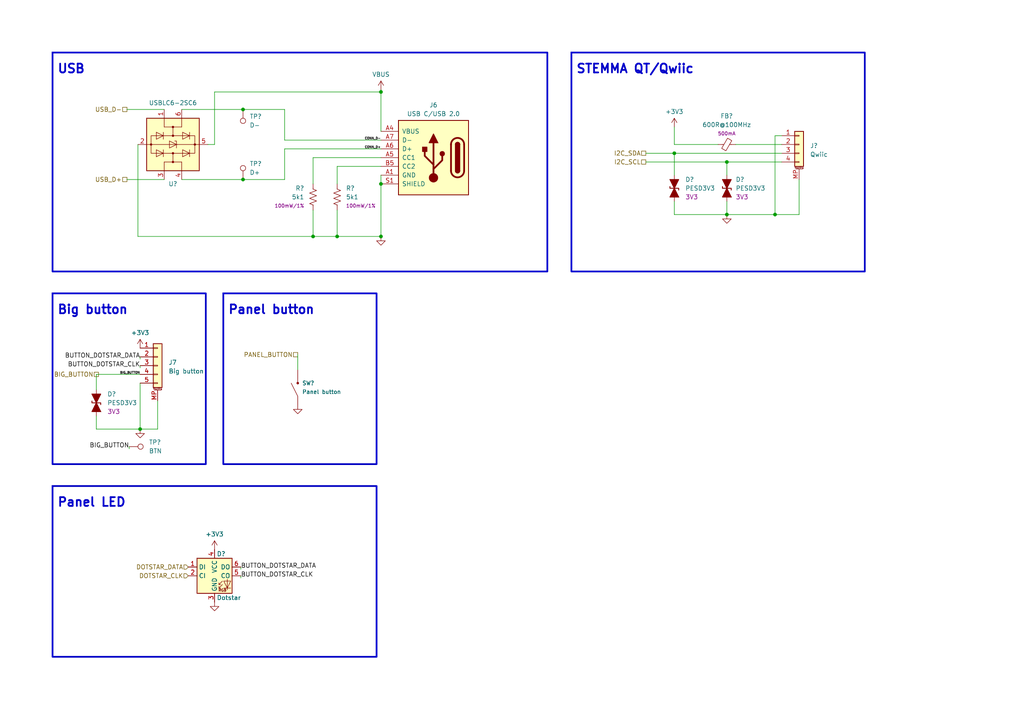
<source format=kicad_sch>
(kicad_sch (version 20230121) (generator eeschema)
  (paper "A4")
  (lib_symbols
    (symbol "Connector:TestPoint" (pin_numbers hide) (pin_names (offset 0.762) hide)
      (property "Reference" "TP" (at 0 6.858 0))
      (property "Value" "TestPoint" (at 0 5.08 0))
      (symbol "TestPoint_0_1"
        (circle (center 0 3.302) (radius 0.762))
      )
      (symbol "TestPoint_1_1"
        (pin passive line (at 0 0 90) (length 2.54) (name "1") (number "1"))
      )
    )
    (symbol "Connector_Generic_MountingPin:Conn_01x04_MountingPin" (pin_names (offset 1.016) hide)
      (property "Reference" "J" (at 0 5.08 0))
      (property "Value" "Conn_01x04_MountingPin" (at 1.27 -7.62 0))
      (symbol "Conn_01x04_MountingPin_1_1"
        (rectangle (start -1.27 -4.953) (end 0 -5.207) (stroke (width 0.1524)))
        (rectangle (start -1.27 -2.413) (end 0 -2.667) (stroke (width 0.1524)))
        (rectangle (start -1.27 0.127) (end 0 -0.127) (stroke (width 0.1524)))
        (rectangle (start -1.27 2.667) (end 0 2.413) (stroke (width 0.1524)))
        (rectangle (start -1.27 3.81) (end 1.27 -6.35) (stroke (width 0.254)) (fill (type background)))
        (polyline (pts (xy -1.016 -7.112) (xy 1.016 -7.112)) (stroke (width 0.1524)))
        (text "Mounting" (at 0 -6.731 0) (effects (font (size 0.381 0.381))))
        (pin passive line (at -5.08 2.54 0) (length 3.81) (name "Pin_1") (number "1"))
        (pin passive line (at -5.08 0 0) (length 3.81) (name "Pin_2") (number "2"))
        (pin passive line (at -5.08 -2.54 0) (length 3.81) (name "Pin_3") (number "3"))
        (pin passive line (at -5.08 -5.08 0) (length 3.81) (name "Pin_4") (number "4"))
        (pin passive line (at 0 -10.16 90) (length 3.048) (name "MountPin") (number "MP"))
      )
    )
    (symbol "Connector_Generic_MountingPin:Conn_01x05_MountingPin" (pin_names (offset 1.016) hide)
      (property "Reference" "J" (at 0 7.62 0))
      (property "Value" "Conn_01x05_MountingPin" (at 1.27 -7.62 0))
      (symbol "Conn_01x05_MountingPin_1_1"
        (rectangle (start -1.27 -4.953) (end 0 -5.207) (stroke (width 0.1524)))
        (rectangle (start -1.27 -2.413) (end 0 -2.667) (stroke (width 0.1524)))
        (rectangle (start -1.27 0.127) (end 0 -0.127) (stroke (width 0.1524)))
        (rectangle (start -1.27 2.667) (end 0 2.413) (stroke (width 0.1524)))
        (rectangle (start -1.27 5.207) (end 0 4.953) (stroke (width 0.1524)))
        (rectangle (start -1.27 6.35) (end 1.27 -6.35) (stroke (width 0.254)) (fill (type background)))
        (polyline (pts (xy -1.016 -7.112) (xy 1.016 -7.112)) (stroke (width 0.1524)))
        (text "Mounting" (at 0 -6.731 0) (effects (font (size 0.381 0.381))))
        (pin passive line (at -5.08 5.08 0) (length 3.81) (name "Pin_1") (number "1"))
        (pin passive line (at -5.08 2.54 0) (length 3.81) (name "Pin_2") (number "2"))
        (pin passive line (at -5.08 0 0) (length 3.81) (name "Pin_3") (number "3"))
        (pin passive line (at -5.08 -2.54 0) (length 3.81) (name "Pin_4") (number "4"))
        (pin passive line (at -5.08 -5.08 0) (length 3.81) (name "Pin_5") (number "5"))
        (pin passive line (at 0 -10.16 90) (length 3.048) (name "MountPin") (number "MP"))
      )
    )
    (symbol "Device:D_TVS_Filled" (pin_numbers hide) (pin_names (offset 1.016) hide)
      (property "Reference" "D" (at 0 2.54 0))
      (property "Value" "D_TVS_Filled" (at 0 -2.54 0))
      (symbol "D_TVS_Filled_0_1"
        (polyline (pts (xy 1.27 0) (xy -1.27 0)))
        (polyline (pts (xy -2.54 -1.27) (xy 0 0) (xy -2.54 1.27) (xy -2.54 -1.27)) (stroke (width 0.254)) (fill (type outline)))
        (polyline (pts (xy 0.508 1.27) (xy 0 1.27) (xy 0 -1.27) (xy -0.508 -1.27)) (stroke (width 0.254)))
        (polyline (pts (xy 2.54 1.27) (xy 2.54 -1.27) (xy 0 0) (xy 2.54 1.27)) (stroke (width 0.254)) (fill (type outline)))
      )
      (symbol "D_TVS_Filled_1_1"
        (pin passive line (at -3.81 0 0) (length 2.54) (name "A1") (number "1"))
        (pin passive line (at 3.81 0 180) (length 2.54) (name "A2") (number "2"))
      )
    )
    (symbol "Device:FerriteBead_Small" (pin_numbers hide) (pin_names (offset 0))
      (property "Reference" "FB" (at 1.905 1.27 0))
      (property "Value" "FerriteBead_Small" (at 1.905 -1.27 0))
      (symbol "FerriteBead_Small_0_1"
        (polyline (pts (xy 0 -1.27) (xy 0 -0.7874)))
        (polyline (pts (xy 0 0.889) (xy 0 1.2954)))
        (polyline (pts (xy -1.8288 0.2794) (xy -1.1176 1.4986) (xy 1.8288 -0.2032) (xy 1.1176 -1.4224) (xy -1.8288 0.2794)))
      )
      (symbol "FerriteBead_Small_1_1"
        (pin passive line (at 0 2.54 270) (length 1.27) (name "~") (number "1"))
        (pin passive line (at 0 -2.54 90) (length 1.27) (name "~") (number "2"))
      )
    )
    (symbol "Device:R_US" (pin_numbers hide) (pin_names (offset 0))
      (property "Reference" "R" (at 2.54 0 90))
      (property "Value" "R_US" (at -2.54 0 90))
      (symbol "R_US_0_1"
        (polyline (pts (xy 0 -2.286) (xy 0 -2.54)))
        (polyline (pts (xy 0 2.286) (xy 0 2.54)))
        (polyline (pts (xy 0 -0.762) (xy 1.016 -1.143) (xy 0 -1.524) (xy -1.016 -1.905) (xy 0 -2.286)))
        (polyline (pts (xy 0 0.762) (xy 1.016 0.381) (xy 0 0) (xy -1.016 -0.381) (xy 0 -0.762)))
        (polyline (pts (xy 0 2.286) (xy 1.016 1.905) (xy 0 1.524) (xy -1.016 1.143) (xy 0 0.762)))
      )
      (symbol "R_US_1_1"
        (pin passive line (at 0 3.81 270) (length 1.27) (name "~") (number "1"))
        (pin passive line (at 0 -3.81 90) (length 1.27) (name "~") (number "2"))
      )
    )
    (symbol "Power_Protection:USBLC6-2SC6" (pin_names hide)
      (property "Reference" "U" (at 2.54 8.89 0))
      (property "Value" "USBLC6-2SC6" (at 2.54 -8.89 0))
      (symbol "USBLC6-2SC6_0_1"
        (rectangle (start -7.62 -7.62) (end 7.62 7.62) (stroke (width 0.254)) (fill (type background)))
        (circle (center -5.08 0) (radius 0.254) (fill (type outline)))
        (circle (center -2.54 0) (radius 0.254) (fill (type outline)))
        (rectangle (start -2.54 6.35) (end 2.54 -6.35))
        (circle (center 0 -6.35) (radius 0.254) (fill (type outline)))
        (polyline (pts (xy -5.08 -2.54) (xy -7.62 -2.54)))
        (polyline (pts (xy -5.08 0) (xy -5.08 -2.54)))
        (polyline (pts (xy -5.08 2.54) (xy -7.62 2.54)))
        (polyline (pts (xy -1.524 -2.794) (xy -3.556 -2.794)))
        (polyline (pts (xy -1.524 4.826) (xy -3.556 4.826)))
        (polyline (pts (xy 0 -7.62) (xy 0 -6.35)))
        (polyline (pts (xy 0 -6.35) (xy 0 1.27)))
        (polyline (pts (xy 0 1.27) (xy 0 6.35)))
        (polyline (pts (xy 0 6.35) (xy 0 7.62)))
        (polyline (pts (xy 1.524 -2.794) (xy 3.556 -2.794)))
        (polyline (pts (xy 1.524 4.826) (xy 3.556 4.826)))
        (polyline (pts (xy 5.08 -2.54) (xy 7.62 -2.54)))
        (polyline (pts (xy 5.08 0) (xy 5.08 -2.54)))
        (polyline (pts (xy 5.08 2.54) (xy 7.62 2.54)))
        (polyline (pts (xy -2.54 0) (xy -5.08 0) (xy -5.08 2.54)))
        (polyline (pts (xy 2.54 0) (xy 5.08 0) (xy 5.08 2.54)))
        (polyline (pts (xy -3.556 -4.826) (xy -1.524 -4.826) (xy -2.54 -2.794) (xy -3.556 -4.826)))
        (polyline (pts (xy -3.556 2.794) (xy -1.524 2.794) (xy -2.54 4.826) (xy -3.556 2.794)))
        (polyline (pts (xy -1.016 -1.016) (xy 1.016 -1.016) (xy 0 1.016) (xy -1.016 -1.016)))
        (polyline (pts (xy 1.016 1.016) (xy 0.762 1.016) (xy -1.016 1.016) (xy -1.016 0.508)))
        (polyline (pts (xy 3.556 -4.826) (xy 1.524 -4.826) (xy 2.54 -2.794) (xy 3.556 -4.826)))
        (polyline (pts (xy 3.556 2.794) (xy 1.524 2.794) (xy 2.54 4.826) (xy 3.556 2.794)))
        (circle (center 0 6.35) (radius 0.254) (fill (type outline)))
        (circle (center 2.54 0) (radius 0.254) (fill (type outline)))
        (circle (center 5.08 0) (radius 0.254) (fill (type outline)))
      )
      (symbol "USBLC6-2SC6_1_1"
        (pin passive line (at -10.16 -2.54 0) (length 2.54) (name "I/O1") (number "1"))
        (pin passive line (at 0 -10.16 90) (length 2.54) (name "GND") (number "2"))
        (pin passive line (at 10.16 -2.54 180) (length 2.54) (name "I/O2") (number "3"))
        (pin passive line (at 10.16 2.54 180) (length 2.54) (name "I/O2") (number "4"))
        (pin passive line (at 0 10.16 270) (length 2.54) (name "VBUS") (number "5"))
        (pin passive line (at -10.16 2.54 0) (length 2.54) (name "I/O1") (number "6"))
      )
    )
    (symbol "power:+3V3" (power) (pin_names (offset 0))
      (property "Value" "+3V3" (at 0 3.556 0))
      (symbol "+3V3_0_1"
        (polyline (pts (xy -0.762 1.27) (xy 0 2.54)))
        (polyline (pts (xy 0 0) (xy 0 2.54)))
        (polyline (pts (xy 0 2.54) (xy 0.762 1.27)))
      )
      (symbol "+3V3_1_1"
        (pin power_in line (at 0 0 90) (length 0) hide (name "+3V3") (number "1"))
      )
    )
    (symbol "power:GND" (power) (pin_names (offset 0))
      (property "Value" "GND" (at 0 -3.81 0))
      (symbol "GND_0_1"
        (polyline (pts (xy 0 0) (xy 0 -1.27) (xy 1.27 -1.27) (xy 0 -2.54) (xy -1.27 -1.27) (xy 0 -1.27)))
      )
      (symbol "GND_1_1"
        (pin power_in line (at 0 0 270) (length 0) hide (name "GND") (number "1"))
      )
    )
    (symbol "power:VBUS" (power) (pin_names (offset 0))
      (property "Value" "VBUS" (at 0 3.81 0))
      (symbol "VBUS_0_1"
        (polyline (pts (xy -0.762 1.27) (xy 0 2.54)))
        (polyline (pts (xy 0 0) (xy 0 2.54)))
        (polyline (pts (xy 0 2.54) (xy 0.762 1.27)))
      )
      (symbol "VBUS_1_1"
        (pin power_in line (at 0 0 90) (length 0) hide (name "VBUS") (number "1"))
      )
    )
    (symbol "winterbloom:Dotstar"
      (property "Reference" "D" (at -3.81 5.715 0))
      (property "Value" "Dotstar" (at 0.635 -5.715 0))
      (symbol "Dotstar_0_0"
        (text "RGB" (at 2.286 -4.191 0) (effects (font (size 0.762 0.762))))
      )
      (symbol "Dotstar_0_1"
        (polyline (pts (xy 1.27 -3.556) (xy 1.778 -3.556)))
        (polyline (pts (xy 1.27 -2.54) (xy 1.778 -2.54)))
        (polyline (pts (xy 4.699 -3.556) (xy 2.667 -3.556)))
        (polyline (pts (xy 2.286 -2.54) (xy 1.27 -3.556) (xy 1.27 -3.048)))
        (polyline (pts (xy 2.286 -1.524) (xy 1.27 -2.54) (xy 1.27 -2.032)))
        (polyline (pts (xy 3.683 -1.016) (xy 3.683 -3.556) (xy 3.683 -4.064)))
        (polyline (pts (xy 4.699 -1.524) (xy 2.667 -1.524) (xy 3.683 -3.556) (xy 4.699 -1.524)))
        (rectangle (start 5.08 5.08) (end -5.08 -5.08) (stroke (width 0.254)) (fill (type background)))
      )
      (symbol "Dotstar_1_1"
        (pin input line (at -7.62 2.54 0) (length 2.54) (name "DI") (number "1"))
        (pin input line (at -7.62 0 0) (length 2.54) (name "CI") (number "2"))
        (pin power_in line (at 0 -7.62 90) (length 2.54) (name "GND") (number "3"))
        (pin power_in line (at 0 7.62 270) (length 2.54) (name "VCC") (number "4"))
        (pin output line (at 7.62 0 180) (length 2.54) (name "CO") (number "5"))
        (pin output line (at 7.62 2.54 180) (length 2.54) (name "DO") (number "6"))
      )
    )
    (symbol "winterbloom:Tactile_Switch" (pin_numbers hide) (pin_names (offset 1.016) hide)
      (property "Reference" "SW" (at -1.27 -3.302 0))
      (property "Value" "Tactile_Switch" (at -6.223 -1.524 0))
      (symbol "Tactile_Switch_1_0"
        (polyline (pts (xy -2.54 0) (xy 1.27 1.905)))
        (polyline (pts (xy 2.54 0) (xy 1.27 0)))
        (circle (center 1.27 0) (radius 0.2794) (fill (type outline)))
      )
      (symbol "Tactile_Switch_1_1"
        (pin passive line (at -5.08 0 0) (length 2.54) (name "1") (number "1"))
        (pin passive line (at 5.08 0 180) (length 2.54) (name "2") (number "2"))
      )
    )
    (symbol "winterbloom:USB_C_Receptacle_USB2.0" (pin_names (offset 1.016))
      (property "Reference" "J" (at 0 14.986 0))
      (property "Value" "USB C/USB 2.0" (at 0 12.7 0))
      (symbol "USB_C_Receptacle_USB2.0_0_1"
        (rectangle (start -10.16 10.795) (end 10.16 -10.795) (stroke (width 0.254)) (fill (type background)))
        (arc (start -8.89 -3.81) (mid -6.985 -5.7067) (end -5.08 -3.81) (stroke (width 0.508)))
        (arc (start -7.62 -3.81) (mid -6.985 -4.4423) (end -6.35 -3.81) (stroke (width 0.254)))
        (arc (start -7.62 -3.81) (mid -6.985 -4.4423) (end -6.35 -3.81) (stroke (width 0.254)) (fill (type outline)))
        (rectangle (start -7.62 -3.81) (end -6.35 3.81) (stroke (width 0.254)) (fill (type outline)))
        (arc (start -6.35 3.81) (mid -6.985 4.4423) (end -7.62 3.81) (stroke (width 0.254)))
        (arc (start -6.35 3.81) (mid -6.985 4.4423) (end -7.62 3.81) (stroke (width 0.254)) (fill (type outline)))
        (arc (start -5.08 3.81) (mid -6.985 5.7067) (end -8.89 3.81) (stroke (width 0.508)))
        (circle (center -2.54 1.143) (radius 0.635) (stroke (width 0.254)) (fill (type outline)))
        (circle (center 0 -5.842) (radius 1.27) (fill (type outline)))
        (polyline (pts (xy -8.89 -3.81) (xy -8.89 3.81)) (stroke (width 0.508)))
        (polyline (pts (xy -5.08 3.81) (xy -5.08 -3.81)) (stroke (width 0.508)))
        (polyline (pts (xy 0 -5.842) (xy 0 4.318)) (stroke (width 0.508)))
        (polyline (pts (xy 0 -3.302) (xy -2.54 -0.762) (xy -2.54 0.508)) (stroke (width 0.508)))
        (polyline (pts (xy 0 -2.032) (xy 2.54 0.508) (xy 2.54 1.778)) (stroke (width 0.508)))
        (polyline (pts (xy -1.27 4.318) (xy 0 6.858) (xy 1.27 4.318) (xy -1.27 4.318)) (stroke (width 0.254)) (fill (type outline)))
        (rectangle (start 1.905 1.778) (end 3.175 3.048) (stroke (width 0.254)) (fill (type outline)))
      )
      (symbol "USB_C_Receptacle_USB2.0_1_1"
        (pin passive line (at 15.24 -5.08 180) (length 5.08) (name "GND") (number "A1"))
        (pin passive line (at 15.24 -5.08 180) (length 5.08) hide (name "GND") (number "A12"))
        (pin passive line (at 15.24 7.62 180) (length 5.08) (name "VBUS") (number "A4"))
        (pin bidirectional line (at 15.24 0 180) (length 5.08) (name "CC1") (number "A5"))
        (pin bidirectional line (at 15.24 2.54 180) (length 5.08) (name "D+") (number "A6"))
        (pin bidirectional line (at 15.24 5.08 180) (length 5.08) (name "D-") (number "A7"))
        (pin no_connect line (at 0 -12.065 180) (length 5.08) hide (name "SBU1") (number "A8"))
        (pin passive line (at 15.24 7.62 180) (length 5.08) hide (name "VBUS") (number "A9"))
        (pin passive line (at 15.24 -5.08 180) (length 5.08) hide (name "GND") (number "B1"))
        (pin passive line (at 15.24 -5.08 180) (length 5.08) hide (name "GND") (number "B12"))
        (pin passive line (at 15.24 7.62 180) (length 5.08) hide (name "VBUS") (number "B4"))
        (pin bidirectional line (at 15.24 -2.54 180) (length 5.08) (name "CC2") (number "B5"))
        (pin bidirectional line (at 15.24 2.54 180) (length 5.08) hide (name "D+") (number "B6"))
        (pin bidirectional line (at 15.24 5.08 180) (length 5.08) hide (name "D-") (number "B7"))
        (pin no_connect line (at 0 -14.605 180) (length 5.08) hide (name "SBU2") (number "B8"))
        (pin passive line (at 15.24 7.62 180) (length 5.08) hide (name "VBUS") (number "B9"))
        (pin passive line (at 15.24 -7.62 180) (length 5.08) (name "SHIELD") (number "S1"))
      )
    )
  )
  (junction (at 70.485 52.07))
  (junction (at 110.49 68.58))
  (junction (at 210.82 62.23))
  (junction (at 210.82 46.99))
  (junction (at 110.49 26.67))
  (junction (at 70.485 31.75))
  (junction (at 90.805 68.58))
  (junction (at 224.79 62.23))
  (junction (at 110.49 53.34))
  (junction (at 195.58 44.45))
  (junction (at 97.79 68.58))
  (junction (at 40.64 124.46))
  (wire (pts (xy 90.805 45.72) (xy 90.805 53.34)))
  (wire (pts (xy 210.82 46.99) (xy 210.82 50.8)))
  (wire (pts (xy 82.55 43.18) (xy 110.49 43.18)))
  (wire (pts (xy 27.94 124.46) (xy 40.64 124.46)))
  (wire (pts (xy 110.49 26.67) (xy 110.49 38.1)))
  (wire (pts (xy 195.58 41.91) (xy 195.58 36.83)))
  (wire (pts (xy 40.64 111.125) (xy 40.64 124.46)))
  (wire (pts (xy 27.94 108.585) (xy 27.94 113.03)))
  (wire (pts (xy 82.55 31.75) (xy 70.485 31.75)))
  (wire (pts (xy 52.705 52.07) (xy 70.485 52.07)))
  (wire (pts (xy 36.83 52.07) (xy 47.625 52.07)))
  (wire (pts (xy 70.485 31.75) (xy 52.705 31.75)))
  (wire (pts (xy 195.58 62.23) (xy 195.58 58.42)))
  (wire (pts (xy 82.55 40.64) (xy 110.49 40.64)))
  (wire (pts (xy 210.82 58.42) (xy 210.82 62.23)))
  (wire (pts (xy 40.005 68.58) (xy 90.805 68.58)))
  (wire (pts (xy 86.36 102.87) (xy 86.36 107.315)))
  (wire (pts (xy 110.49 50.8) (xy 110.49 53.34)))
  (wire (pts (xy 231.775 52.07) (xy 231.775 62.23)))
  (wire (pts (xy 90.805 68.58) (xy 97.79 68.58)))
  (wire (pts (xy 36.83 31.75) (xy 47.625 31.75)))
  (wire (pts (xy 40.64 106.68) (xy 40.64 106.045)))
  (wire (pts (xy 82.55 43.18) (xy 82.55 52.07)))
  (wire (pts (xy 62.23 41.91) (xy 60.325 41.91)))
  (wire (pts (xy 40.64 104.14) (xy 40.64 103.505)))
  (wire (pts (xy 69.85 165.1) (xy 69.85 164.465)))
  (wire (pts (xy 97.79 68.58) (xy 110.49 68.58)))
  (wire (pts (xy 97.79 53.34) (xy 97.79 48.26)))
  (wire (pts (xy 40.64 124.46) (xy 45.72 124.46)))
  (wire (pts (xy 90.805 60.96) (xy 90.805 68.58)))
  (wire (pts (xy 226.695 39.37) (xy 224.79 39.37)))
  (wire (pts (xy 210.82 62.23) (xy 224.79 62.23)))
  (wire (pts (xy 37.465 130.175) (xy 37.465 129.54)))
  (wire (pts (xy 82.55 40.64) (xy 82.55 31.75)))
  (wire (pts (xy 224.79 39.37) (xy 224.79 62.23)))
  (wire (pts (xy 97.79 60.96) (xy 97.79 68.58)))
  (wire (pts (xy 195.58 44.45) (xy 226.695 44.45)))
  (wire (pts (xy 69.85 167.64) (xy 69.85 167.005)))
  (wire (pts (xy 62.23 26.67) (xy 110.49 26.67)))
  (wire (pts (xy 210.82 46.99) (xy 226.695 46.99)))
  (wire (pts (xy 45.72 116.205) (xy 45.72 124.46)))
  (wire (pts (xy 97.79 48.26) (xy 110.49 48.26)))
  (wire (pts (xy 27.94 120.65) (xy 27.94 124.46)))
  (wire (pts (xy 208.28 41.91) (xy 195.58 41.91)))
  (wire (pts (xy 27.94 108.585) (xy 40.64 108.585)))
  (wire (pts (xy 110.49 53.34) (xy 110.49 68.58)))
  (wire (pts (xy 187.325 44.45) (xy 195.58 44.45)))
  (wire (pts (xy 224.79 62.23) (xy 231.775 62.23)))
  (wire (pts (xy 70.485 52.07) (xy 82.55 52.07)))
  (wire (pts (xy 213.36 41.91) (xy 226.695 41.91)))
  (wire (pts (xy 110.49 45.72) (xy 90.805 45.72)))
  (wire (pts (xy 195.58 44.45) (xy 195.58 50.8)))
  (wire (pts (xy 40.005 41.91) (xy 40.005 68.58)))
  (wire (pts (xy 110.49 26.035) (xy 110.49 26.67)))
  (wire (pts (xy 62.23 26.67) (xy 62.23 41.91)))
  (wire (pts (xy 187.325 46.99) (xy 210.82 46.99)))
  (wire (pts (xy 210.82 62.23) (xy 195.58 62.23)))
  (rectangle (start 165.735 15.24) (end 250.825 78.74) (stroke (width 0.5)))
  (rectangle (start 64.77 85.09) (end 109.22 134.62) (stroke (width 0.5)))
  (rectangle (start 15.24 85.09) (end 59.69 134.62) (stroke (width 0.5)))
  (rectangle (start 15.24 15.24) (end 158.75 78.74) (stroke (width 0.5)))
  (rectangle (start 15.24 140.97) (end 109.22 190.5) (stroke (width 0.5)))
  (text "USB" (at 16.51 21.59 0) (effects (font (size 2.54 2.54) (thickness 0.508) bold) (justify left bottom)))
  (text "Panel button" (at 66.04 91.44 0) (effects (font (size 2.54 2.54) (thickness 0.508) bold) (justify left bottom)))
  (text "Panel LED" (at 16.51 147.32 0) (effects (font (size 2.54 2.54) (thickness 0.508) bold) (justify left bottom)))
  (text "STEMMA QT/Qwiic" (at 167.005 21.59 0) (effects (font (size 2.54 2.54) (thickness 0.508) bold) (justify left bottom)))
  (text "Big button" (at 16.51 91.44 0) (effects (font (size 2.54 2.54) (thickness 0.508) bold) (justify left bottom)))
  (label "BIG_BUTTON" (at 40.64 108.585 180) (effects (font (size 0.64 0.64))))
  (label "CONN_D+" (at 110.49 43.18 180) (effects (font (size 0.64 0.64))))
  (label "CONN_D-" (at 110.49 40.64 180) (effects (font (size 0.64 0.64))))
  (label "BUTTON_DOTSTAR_DATA" (at 40.64 104.14 180))
  (label "BIG_BUTTON" (at 37.465 130.175 180))
  (label "BUTTON_DOTSTAR_DATA" (at 69.85 165.1 0))
  (label "BUTTON_DOTSTAR_CLK" (at 40.64 106.68 180))
  (label "BUTTON_DOTSTAR_CLK" (at 69.85 167.64 0))
  (hierarchical_label "BIG_BUTTON" (shape passive) (at 28.575 108.585 180))
  (hierarchical_label "DOTSTAR_CLK" (shape input) (at 54.61 167.005 180))
  (hierarchical_label "I2C_SCL" (shape passive) (at 187.325 46.99 180))
  (hierarchical_label "DOTSTAR_DATA" (shape input) (at 54.61 164.465 180))
  (hierarchical_label "PANEL_BUTTON" (shape passive) (at 86.36 102.87 180))
  (hierarchical_label "USB_D-" (shape passive) (at 36.83 31.75 180))
  (hierarchical_label "USB_D+" (shape passive) (at 36.83 52.07 180))
  (hierarchical_label "I2C_SDA" (shape passive) (at 187.325 44.45 180))
  (symbol (lib_id "power:+3V3") (at 195.58 36.83 0) (unit 1)
    (property "Reference" "#PWR?" (effects hide))
    (property "Value" "+3V3" (at 195.58 32.385 0))
    (instances (project "board" (path "" (reference "#PWR?") (unit 1)) (path "" (reference "#PWR0146") (unit 1))) (project "starfish" (path "" (reference "#PWR?") (unit 1))))
  )
  (symbol (lib_id "winterbloom:Dotstar") (at 62.23 167.005 0) (unit 1)
    (property "Reference" "D?" (at 62.865 160.655 0) (effects (justify left)))
    (property "Value" "Dotstar" (at 62.865 173.355 0) (effects (justify left)))
    (property "Footprint" "winterbloom:LED_APA102_Dotstar_5050" (effects hide))
    (property "Datasheet" "https://www.alibaba.com/product-detail/High-Efficiency-SK9822-Similar-APA102-5050_62326807400.html" (effects hide))
    (property "MPN" "SK9822" (effects hide))
    (instances (project "mainboard" (path "" (reference "D?") (unit 1))) (project "board" (path "" (reference "D?") (unit 1)) (path "" (reference "D?") (unit 1)) (path "" (reference "D6") (unit 1))))
  )
  (symbol (lib_id "Device:R_US") (at 90.805 57.15 0) (unit 1)
    (property "Reference" "R?" (at 88.265 54.61 0) (effects (justify right)))
    (property "Value" "5k1" (at 88.265 57.15 0) (effects (justify right)))
    (property "Footprint" "winterbloom:R_0603_HandSolder" (effects hide))
    (property "MPN" "ERJ-2RKF2201X" (effects hide))
    (property "Notes" "-10V zener current control" (effects hide))
    (property "MacroFab MPN" "MF-RES-0402-2K" (effects hide))
    (property "Rating" "100mW/1%" (at 88.265 59.69 0) (effects (font (size 1 1)) (justify right)))
    (instances (project "mainboard" (path "" (reference "R?") (unit 1))) (project "board" (path "" (reference "R?") (unit 1)) (path "" (reference "R?") (unit 1)) (path "" (reference "R23") (unit 1))))
  )
  (symbol (lib_id "Connector_Generic_MountingPin:Conn_01x05_MountingPin") (at 45.72 106.045 0) (unit 1)
    (property "Reference" "J7" (at 48.895 105.1306 0) (effects (justify left)))
    (property "Value" "Big button" (at 48.895 107.6706 0) (effects (justify left)))
    (property "Footprint" "Connector_JST:JST_SH_SM05B-SRSS-TB_1x05-1MP_P1.00mm_Horizontal" (effects hide))
  )
  (symbol (lib_id "winterbloom:Tactile_Switch") (at 86.36 112.395 90) (unit 1)
    (property "Reference" "SW?" (at 87.63 111.125 90) (effects (font (size 1.143 1.143)) (justify right)))
    (property "Value" "Panel button" (at 87.63 113.665 90) (effects (font (size 1.143 1.143)) (justify right)))
    (property "Footprint" "winterbloom:Tactile_Switch_6mm" (effects hide))
    (property "Datasheet" "https://sten-eswitch-13110800-production.s3.amazonaws.com/system/asset/product_line/data_sheet/144/TL1105.pdf" (effects hide))
    (property "MPN" "TL1105SPF160Q, TL1105SPF100Q, TL1105SPF250Q" (effects hide))
    (instances (project "mainboard" (path "" (reference "SW?") (unit 1))) (project "board" (path "" (reference "SW?") (unit 1)) (path "" (reference "SW2") (unit 1))))
  )
  (symbol (lib_id "winterbloom:USB_C_Receptacle_USB2.0") (at 125.73 45.72 0) (mirror y) (unit 1)
    (property "Reference" "J6" (at 125.73 30.48 0))
    (property "Value" "USB C/USB 2.0" (at 125.73 33.02 0))
    (property "Footprint" "winterbloom:USB_C_Vertical_GT-USB-7038X" (effects hide))
    (property "Datasheet" "https://datasheet.lcsc.com/lcsc/2203281830_G-Switch-GT-USB-7038F_C2982478.pdf" (effects hide))
    (property "MPN" "GT-USB-7038D, MC-110LD-L124, GT-USB-7038E, GT-USB-7038F, MC-110LD-L131, MC-110LD-L137" (effects hide))
  )
  (symbol (lib_id "Device:D_TVS_Filled") (at 27.94 116.84 90) (unit 1)
    (property "Reference" "D?" (at 31.115 114.3 90) (effects (justify right)))
    (property "Value" "PESD3V3" (at 31.115 116.84 90) (effects (justify right)))
    (property "Footprint" "winterbloom:D_SOD-323" (effects hide))
    (property "Datasheet" "https://assets.nexperia.com/documents/data-sheet/PESDXL1BA_SER.pdf" (effects hide))
    (property "mpn" "PESD3V3L1BA,115" (effects hide))
    (property "Rating" "3V3" (at 31.115 119.38 90) (effects (justify right)))
    (instances (project "board" (path "" (reference "D?") (unit 1)) (path "" (reference "D9") (unit 1))) (project "starfish" (path "" (reference "D?") (unit 1))))
  )
  (symbol (lib_id "power:+3V3") (at 62.23 159.385 0) (unit 1)
    (property "Reference" "#PWR?" (effects hide))
    (property "Value" "+3V3" (at 62.23 154.94 0))
    (instances (project "board" (path "" (reference "#PWR?") (unit 1)) (path "" (reference "#PWR0150") (unit 1))) (project "starfish" (path "" (reference "#PWR?") (unit 1))))
  )
  (symbol (lib_id "Device:FerriteBead_Small") (at 210.82 41.91 90) (unit 1)
    (property "Reference" "FB?" (at 210.7819 33.655 90))
    (property "Value" "600R@100MHz" (at 210.7819 36.195 90))
    (property "Footprint" "winterbloom:L_0603_HandSolder" (effects hide))
    (property "MPN" "742792651" (effects hide))
    (property "Notes" "Power filter" (effects hide))
    (property "Rating" "500mA" (at 210.7819 38.735 90) (effects (font (size 1 1))))
    (instances (project "mainboard" (path "" (reference "FB?") (unit 1))) (project "board" (path "" (reference "FB?") (unit 1)) (path "" (reference "FB4") (unit 1))))
  )
  (symbol (lib_id "Connector_Generic_MountingPin:Conn_01x04_MountingPin") (at 231.775 41.91 0) (unit 1)
    (property "Reference" "J?" (at 234.95 42.2655 0) (effects (justify left)))
    (property "Value" "Qwiic" (at 234.95 44.8055 0) (effects (justify left)))
    (property "Footprint" "winterbloom:JST_SH_SM04B-SRSS-TB_1x04-1MP_P1.00mm_Horizontal" (effects hide))
    (instances (project "board" (path "" (reference "J?") (unit 1)) (path "" (reference "J9") (unit 1))) (project "starfish" (path "" (reference "J?") (unit 1))))
  )
  (symbol (lib_id "Power_Protection:USBLC6-2SC6") (at 50.165 41.91 270) (unit 1)
    (property "Reference" "U?" (at 50.165 53.34 90))
    (property "Value" "USBLC6-2SC6" (at 50.165 29.845 90))
    (property "Footprint" "Package_TO_SOT_SMD:SOT-23-6" (effects hide))
    (property "Datasheet" "https://www.st.com/resource/en/datasheet/usblc6-2.pdf" (effects hide))
    (property "MPN" "USBLC6-2SC6, SRL05-TP" (effects hide))
    (instances (project "mainboard" (path "" (reference "U?") (unit 1))) (project "board" (path "" (reference "U?") (unit 1)) (path "" (reference "U7") (unit 1))))
  )
  (symbol (lib_id "power:GND") (at 86.36 117.475 0) (unit 1)
    (property "Reference" "#PWR?" (effects hide))
    (property "Value" "GND" (effects hide))
    (instances (project "mainboard" (path "" (reference "#PWR?") (unit 1))) (project "board" (path "" (reference "#PWR?") (unit 1)) (path "" (reference "#PWR0148") (unit 1))))
  )
  (symbol (lib_id "power:GND") (at 62.23 174.625 0) (unit 1)
    (property "Reference" "#PWR?" (effects hide))
    (property "Value" "GND" (effects hide))
    (instances (project "board" (path "" (reference "#PWR?") (unit 1)) (path "" (reference "#PWR0149") (unit 1))) (project "starfish" (path "" (reference "#PWR?") (unit 1))))
  )
  (symbol (lib_id "power:GND") (at 210.82 62.23 0) (unit 1)
    (property "Reference" "#PWR?" (effects hide))
    (property "Value" "GND" (effects hide))
    (instances (project "board" (path "" (reference "#PWR?") (unit 1)) (path "" (reference "#PWR0147") (unit 1))) (project "starfish" (path "" (reference "#PWR?") (unit 1))))
  )
  (symbol (lib_id "power:GND") (at 40.64 124.46 0) (unit 1)
    (property "Reference" "#PWR?" (effects hide))
    (property "Value" "GND" (effects hide))
    (instances (project "board" (path "" (reference "#PWR?") (unit 1)) (path "" (reference "#PWR0151") (unit 1))))
  )
  (symbol (lib_id "power:GND") (at 110.49 68.58 0) (mirror y) (unit 1)
    (property "Reference" "#PWR?" (effects hide))
    (property "Value" "GND" (effects hide))
    (instances (project "mainboard" (path "" (reference "#PWR?") (unit 1))) (project "board" (path "" (reference "#PWR?") (unit 1)) (path "" (reference "#PWR0153") (unit 1))))
  )
  (symbol (lib_id "Connector:TestPoint") (at 70.485 31.75 180) (unit 1)
    (property "Reference" "TP?" (at 72.39 33.782 0) (effects (justify right)))
    (property "Value" "D-" (at 72.39 36.322 0) (effects (justify right)))
    (property "Footprint" "TestPoint:TestPoint_Pad_D1.0mm" (effects hide))
    (property "DNP" "1" (effects hide))
    (instances (project "mainboard" (path "" (reference "TP?") (unit 1))) (project "board" (path "" (reference "TP?") (unit 1)) (path "" (reference "TP15") (unit 1))))
  )
  (symbol (lib_id "Connector:TestPoint") (at 37.465 129.54 270) (unit 1)
    (property "Reference" "TP?" (at 43.18 128.27 90) (effects (justify left)))
    (property "Value" "BTN" (at 43.18 130.81 90) (effects (justify left)))
    (property "Footprint" "TestPoint:TestPoint_Pad_D1.0mm" (effects hide))
    (property "DNP" "1" (effects hide))
    (instances (project "mainboard" (path "" (reference "TP?") (unit 1))) (project "board" (path "" (reference "TP?") (unit 1)) (path "" (reference "TP17") (unit 1))))
  )
  (symbol (lib_id "Device:R_US") (at 97.79 57.15 0) (unit 1)
    (property "Reference" "R?" (at 100.33 54.61 0) (effects (justify left)))
    (property "Value" "5k1" (at 100.33 57.15 0) (effects (justify left)))
    (property "Footprint" "winterbloom:R_0603_HandSolder" (effects hide))
    (property "MPN" "ERJ-2RKF2201X" (effects hide))
    (property "Notes" "-10V zener current control" (effects hide))
    (property "MacroFab MPN" "MF-RES-0402-2K" (effects hide))
    (property "Rating" "100mW/1%" (at 100.33 59.69 0) (effects (font (size 1 1)) (justify left)))
    (instances (project "mainboard" (path "" (reference "R?") (unit 1))) (project "board" (path "" (reference "R?") (unit 1)) (path "" (reference "R?") (unit 1)) (path "" (reference "R24") (unit 1))))
  )
  (symbol (lib_id "Device:D_TVS_Filled") (at 210.82 54.61 90) (unit 1)
    (property "Reference" "D?" (at 213.36 52.0699 90) (effects (justify right)))
    (property "Value" "PESD3V3" (at 213.36 54.6099 90) (effects (justify right)))
    (property "Footprint" "winterbloom:D_SOD-323" (effects hide))
    (property "Datasheet" "https://assets.nexperia.com/documents/data-sheet/PESDXL1BA_SER.pdf" (effects hide))
    (property "mpn" "PESD3V3L1BA,115" (effects hide))
    (property "Rating" "3V3" (at 213.36 57.1499 90) (effects (justify right)))
    (instances (project "board" (path "" (reference "D?") (unit 1)) (path "" (reference "D8") (unit 1))) (project "starfish" (path "" (reference "D?") (unit 1))))
  )
  (symbol (lib_id "Device:D_TVS_Filled") (at 195.58 54.61 90) (unit 1)
    (property "Reference" "D?" (at 198.755 52.0699 90) (effects (justify right)))
    (property "Value" "PESD3V3" (at 198.755 54.6099 90) (effects (justify right)))
    (property "Footprint" "winterbloom:D_SOD-323" (effects hide))
    (property "Datasheet" "https://assets.nexperia.com/documents/data-sheet/PESDXL1BA_SER.pdf" (effects hide))
    (property "mpn" "PESD3V3L1BA,115" (effects hide))
    (property "Rating" "3V3" (at 198.755 57.1499 90) (effects (justify right)))
    (instances (project "board" (path "" (reference "D?") (unit 1)) (path "" (reference "D7") (unit 1))) (project "starfish" (path "" (reference "D?") (unit 1))))
  )
  (symbol (lib_id "power:VBUS") (at 110.49 26.035 0) (unit 1)
    (property "Reference" "#PWR?" (effects hide))
    (property "Value" "VBUS" (at 110.49 21.59 0))
    (instances (project "board" (path "" (reference "#PWR?") (unit 1)) (path "" (reference "#PWR0154") (unit 1))))
  )
  (symbol (lib_id "power:+3V3") (at 40.64 100.965 0) (unit 1)
    (property "Reference" "#PWR?" (effects hide))
    (property "Value" "+3V3" (at 40.64 96.52 0))
    (instances (project "board" (path "" (reference "#PWR?") (unit 1)) (path "" (reference "#PWR0152") (unit 1))) (project "starfish" (path "" (reference "#PWR?") (unit 1))))
  )
  (symbol (lib_id "Connector:TestPoint") (at 70.485 52.07 0) (unit 1)
    (property "Reference" "TP?" (at 72.39 47.498 0) (effects (justify left)))
    (property "Value" "D+" (at 72.39 50.038 0) (effects (justify left)))
    (property "Footprint" "TestPoint:TestPoint_Pad_D1.0mm" (effects hide))
    (property "DNP" "1" (effects hide))
    (instances (project "mainboard" (path "" (reference "TP?") (unit 1))) (project "board" (path "" (reference "TP?") (unit 1)) (path "" (reference "TP16") (unit 1))))
  )
)
</source>
